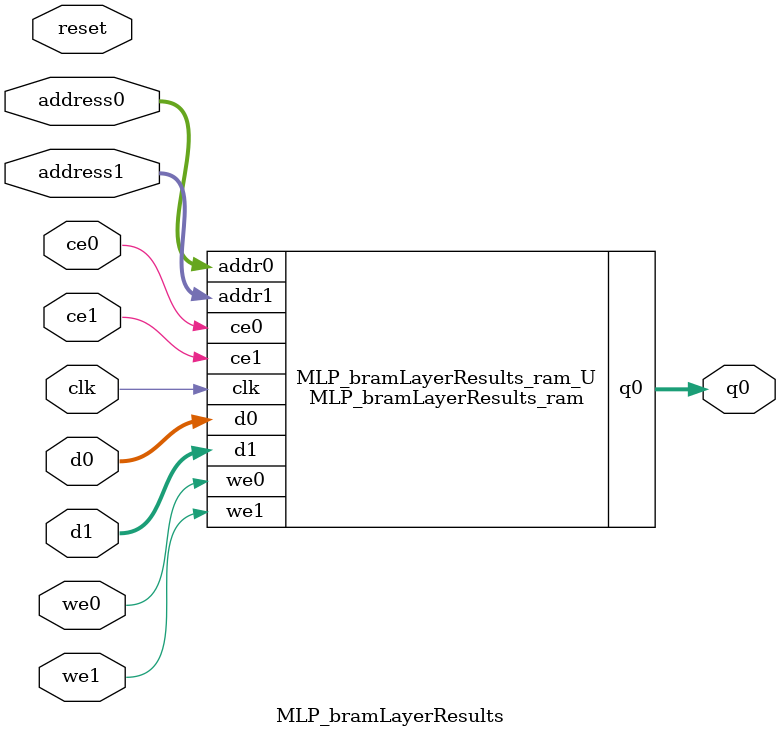
<source format=v>
`timescale 1 ns / 1 ps
module MLP_bramLayerResults_ram (addr0, ce0, d0, we0, q0, addr1, ce1, d1, we1,  clk);

parameter DWIDTH = 32;
parameter AWIDTH = 9;
parameter MEM_SIZE = 448;

input[AWIDTH-1:0] addr0;
input ce0;
input[DWIDTH-1:0] d0;
input we0;
output reg[DWIDTH-1:0] q0;
input[AWIDTH-1:0] addr1;
input ce1;
input[DWIDTH-1:0] d1;
input we1;
input clk;

(* ram_style = "block" *)reg [DWIDTH-1:0] ram[0:MEM_SIZE-1];




always @(posedge clk)  
begin 
    if (ce0) begin
        if (we0) 
            ram[addr0] <= d0; 
        q0 <= ram[addr0];
    end
end


always @(posedge clk)  
begin 
    if (ce1) begin
        if (we1) 
            ram[addr1] <= d1; 
    end
end


endmodule

`timescale 1 ns / 1 ps
module MLP_bramLayerResults(
    reset,
    clk,
    address0,
    ce0,
    we0,
    d0,
    q0,
    address1,
    ce1,
    we1,
    d1);

parameter DataWidth = 32'd32;
parameter AddressRange = 32'd448;
parameter AddressWidth = 32'd9;
input reset;
input clk;
input[AddressWidth - 1:0] address0;
input ce0;
input we0;
input[DataWidth - 1:0] d0;
output[DataWidth - 1:0] q0;
input[AddressWidth - 1:0] address1;
input ce1;
input we1;
input[DataWidth - 1:0] d1;



MLP_bramLayerResults_ram MLP_bramLayerResults_ram_U(
    .clk( clk ),
    .addr0( address0 ),
    .ce0( ce0 ),
    .we0( we0 ),
    .d0( d0 ),
    .q0( q0 ),
    .addr1( address1 ),
    .ce1( ce1 ),
    .we1( we1 ),
    .d1( d1 ));

endmodule


</source>
